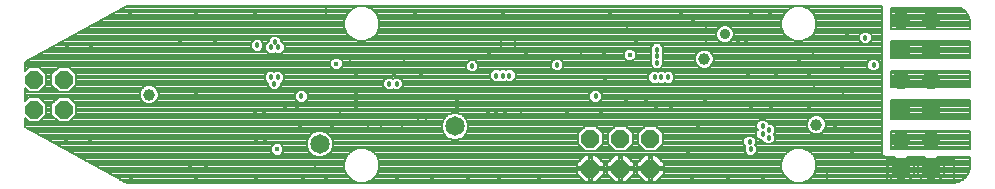
<source format=gbl>
G75*
%MOIN*%
%OFA0B0*%
%FSLAX25Y25*%
%IPPOS*%
%LPD*%
%AMOC8*
5,1,8,0,0,1.08239X$1,22.5*
%
%ADD10OC8,0.06000*%
%ADD11C,0.03543*%
%ADD12C,0.01784*%
%ADD13C,0.03937*%
%ADD14C,0.00787*%
%ADD15C,0.01800*%
%ADD16C,0.06496*%
D10*
X0006300Y0027890D03*
X0016300Y0027890D03*
X0016300Y0037890D03*
X0006300Y0037890D03*
X0191851Y0018205D03*
X0201851Y0018205D03*
X0211851Y0018205D03*
X0211851Y0008205D03*
X0201851Y0008205D03*
X0191851Y0008205D03*
X0295355Y0007890D03*
X0305355Y0007890D03*
X0305355Y0017890D03*
X0295355Y0017890D03*
X0295355Y0027890D03*
X0305355Y0027890D03*
X0305355Y0037890D03*
X0295355Y0037890D03*
X0295355Y0047890D03*
X0305355Y0047890D03*
X0305355Y0057890D03*
X0295355Y0057890D03*
D11*
X0236694Y0052969D03*
D12*
X0205001Y0046079D03*
X0192796Y0056512D03*
X0107166Y0043126D03*
X0087481Y0014583D03*
D13*
X0044765Y0032890D03*
X0229804Y0044701D03*
X0267206Y0022850D03*
D14*
X0109977Y0007681D02*
X0029473Y0007681D01*
X0030887Y0006895D02*
X0110302Y0006895D01*
X0110628Y0006109D02*
X0032302Y0006109D01*
X0033717Y0005323D02*
X0111329Y0005323D01*
X0110688Y0005965D02*
X0112328Y0004325D01*
X0114471Y0003437D01*
X0116791Y0003437D01*
X0118934Y0004325D01*
X0120574Y0005965D01*
X0121461Y0008108D01*
X0121461Y0010428D01*
X0120574Y0012571D01*
X0118934Y0014211D01*
X0116791Y0015098D01*
X0114471Y0015098D01*
X0112328Y0014211D01*
X0110688Y0012571D01*
X0109800Y0010428D01*
X0109800Y0008108D01*
X0110688Y0005965D01*
X0112115Y0004537D02*
X0035131Y0004537D01*
X0036546Y0003751D02*
X0113712Y0003751D01*
X0117550Y0003751D02*
X0259381Y0003751D01*
X0260140Y0003437D02*
X0262460Y0003437D01*
X0264603Y0004325D01*
X0266243Y0005965D01*
X0267131Y0008108D01*
X0267131Y0010428D01*
X0266243Y0012571D01*
X0264603Y0014211D01*
X0262460Y0015098D01*
X0260140Y0015098D01*
X0257997Y0014211D01*
X0256357Y0012571D01*
X0255469Y0010428D01*
X0255469Y0008108D01*
X0256357Y0005965D01*
X0257997Y0004325D01*
X0260140Y0003437D01*
X0257784Y0004537D02*
X0214397Y0004537D01*
X0213671Y0003811D02*
X0216245Y0006385D01*
X0216245Y0007811D01*
X0212245Y0007811D01*
X0212245Y0008598D01*
X0216245Y0008598D01*
X0216245Y0010025D01*
X0213671Y0012598D01*
X0212245Y0012598D01*
X0212245Y0008598D01*
X0211457Y0008598D01*
X0211457Y0007811D01*
X0207457Y0007811D01*
X0207457Y0006385D01*
X0210031Y0003811D01*
X0211457Y0003811D01*
X0211457Y0007811D01*
X0212245Y0007811D01*
X0212245Y0003811D01*
X0213671Y0003811D01*
X0212245Y0004537D02*
X0211457Y0004537D01*
X0211457Y0005323D02*
X0212245Y0005323D01*
X0212245Y0006109D02*
X0211457Y0006109D01*
X0211457Y0006895D02*
X0212245Y0006895D01*
X0212245Y0007681D02*
X0211457Y0007681D01*
X0211457Y0008467D02*
X0202245Y0008467D01*
X0202245Y0008598D02*
X0206245Y0008598D01*
X0206245Y0010025D01*
X0203671Y0012598D01*
X0202245Y0012598D01*
X0202245Y0008598D01*
X0202245Y0007811D01*
X0206245Y0007811D01*
X0206245Y0006385D01*
X0203671Y0003811D01*
X0202245Y0003811D01*
X0202245Y0007811D01*
X0201457Y0007811D01*
X0197457Y0007811D01*
X0197457Y0006385D01*
X0200031Y0003811D01*
X0201457Y0003811D01*
X0201457Y0007811D01*
X0201457Y0008598D01*
X0197457Y0008598D01*
X0197457Y0010025D01*
X0200031Y0012598D01*
X0201457Y0012598D01*
X0201457Y0008598D01*
X0202245Y0008598D01*
X0202245Y0009253D02*
X0201457Y0009253D01*
X0201457Y0010039D02*
X0202245Y0010039D01*
X0202245Y0010825D02*
X0201457Y0010825D01*
X0201457Y0011611D02*
X0202245Y0011611D01*
X0202245Y0012396D02*
X0201457Y0012396D01*
X0199829Y0012396D02*
X0193873Y0012396D01*
X0193671Y0012598D02*
X0192245Y0012598D01*
X0192245Y0008598D01*
X0196245Y0008598D01*
X0196245Y0010025D01*
X0193671Y0012598D01*
X0194659Y0011611D02*
X0199043Y0011611D01*
X0198257Y0010825D02*
X0195445Y0010825D01*
X0196231Y0010039D02*
X0197472Y0010039D01*
X0197457Y0009253D02*
X0196245Y0009253D01*
X0196245Y0007811D02*
X0192245Y0007811D01*
X0192245Y0008598D01*
X0191457Y0008598D01*
X0191457Y0007811D01*
X0187457Y0007811D01*
X0187457Y0006385D01*
X0190031Y0003811D01*
X0191457Y0003811D01*
X0191457Y0007811D01*
X0192245Y0007811D01*
X0192245Y0003811D01*
X0193671Y0003811D01*
X0196245Y0006385D01*
X0196245Y0007811D01*
X0196245Y0007681D02*
X0197457Y0007681D01*
X0197457Y0006895D02*
X0196245Y0006895D01*
X0195969Y0006109D02*
X0197733Y0006109D01*
X0198519Y0005323D02*
X0195183Y0005323D01*
X0194397Y0004537D02*
X0199305Y0004537D01*
X0201457Y0004537D02*
X0202245Y0004537D01*
X0202245Y0005323D02*
X0201457Y0005323D01*
X0201457Y0006109D02*
X0202245Y0006109D01*
X0202245Y0006895D02*
X0201457Y0006895D01*
X0201457Y0007681D02*
X0202245Y0007681D01*
X0201457Y0008467D02*
X0192245Y0008467D01*
X0192245Y0009253D02*
X0191457Y0009253D01*
X0191457Y0008598D02*
X0191457Y0012598D01*
X0190031Y0012598D01*
X0187457Y0010025D01*
X0187457Y0008598D01*
X0191457Y0008598D01*
X0191457Y0008467D02*
X0121461Y0008467D01*
X0121461Y0009253D02*
X0187457Y0009253D01*
X0187472Y0010039D02*
X0121461Y0010039D01*
X0121297Y0010825D02*
X0188257Y0010825D01*
X0189043Y0011611D02*
X0120971Y0011611D01*
X0120646Y0012396D02*
X0189829Y0012396D01*
X0191457Y0012396D02*
X0192245Y0012396D01*
X0192245Y0011611D02*
X0191457Y0011611D01*
X0191457Y0010825D02*
X0192245Y0010825D01*
X0192245Y0010039D02*
X0191457Y0010039D01*
X0191457Y0007681D02*
X0192245Y0007681D01*
X0192245Y0006895D02*
X0191457Y0006895D01*
X0191457Y0006109D02*
X0192245Y0006109D01*
X0192245Y0005323D02*
X0191457Y0005323D01*
X0191457Y0004537D02*
X0192245Y0004537D01*
X0189305Y0004537D02*
X0119146Y0004537D01*
X0119932Y0005323D02*
X0188519Y0005323D01*
X0187733Y0006109D02*
X0120634Y0006109D01*
X0120959Y0006895D02*
X0187457Y0006895D01*
X0187457Y0007681D02*
X0121285Y0007681D01*
X0109800Y0008467D02*
X0028058Y0008467D01*
X0026643Y0009253D02*
X0109800Y0009253D01*
X0109800Y0010039D02*
X0025229Y0010039D01*
X0023814Y0010825D02*
X0109965Y0010825D01*
X0110290Y0011611D02*
X0022400Y0011611D01*
X0020985Y0012396D02*
X0099636Y0012396D01*
X0099145Y0012599D02*
X0100773Y0011925D01*
X0102535Y0011925D01*
X0104163Y0012599D01*
X0105409Y0013845D01*
X0106083Y0015473D01*
X0106083Y0017235D01*
X0105409Y0018863D01*
X0104163Y0020109D01*
X0102535Y0020783D01*
X0100773Y0020783D01*
X0099145Y0020109D01*
X0097899Y0018863D01*
X0097225Y0017235D01*
X0097225Y0015473D01*
X0097899Y0013845D01*
X0099145Y0012599D01*
X0098563Y0013182D02*
X0089013Y0013182D01*
X0089554Y0013724D02*
X0088340Y0012509D01*
X0086622Y0012509D01*
X0085408Y0013724D01*
X0085408Y0015441D01*
X0086622Y0016656D01*
X0088340Y0016656D01*
X0089554Y0015441D01*
X0089554Y0013724D01*
X0089554Y0013968D02*
X0097849Y0013968D01*
X0097523Y0014754D02*
X0089554Y0014754D01*
X0089456Y0015540D02*
X0097225Y0015540D01*
X0097225Y0016326D02*
X0088670Y0016326D01*
X0086292Y0016326D02*
X0013912Y0016326D01*
X0015326Y0015540D02*
X0085507Y0015540D01*
X0085408Y0014754D02*
X0016741Y0014754D01*
X0018156Y0013968D02*
X0085408Y0013968D01*
X0085949Y0013182D02*
X0019570Y0013182D01*
X0012497Y0017112D02*
X0097225Y0017112D01*
X0097500Y0017898D02*
X0011082Y0017898D01*
X0009668Y0018684D02*
X0097825Y0018684D01*
X0098506Y0019470D02*
X0008253Y0019470D01*
X0006838Y0020256D02*
X0099499Y0020256D01*
X0103810Y0020256D02*
X0142769Y0020256D01*
X0142978Y0019751D02*
X0144224Y0018505D01*
X0145852Y0017831D01*
X0147614Y0017831D01*
X0149242Y0018505D01*
X0150488Y0019751D01*
X0151162Y0021379D01*
X0151162Y0023141D01*
X0150488Y0024769D01*
X0149242Y0026015D01*
X0147614Y0026689D01*
X0145852Y0026689D01*
X0144224Y0026015D01*
X0142978Y0024769D01*
X0142304Y0023141D01*
X0142304Y0021379D01*
X0142978Y0019751D01*
X0143259Y0019470D02*
X0104803Y0019470D01*
X0105483Y0018684D02*
X0144045Y0018684D01*
X0145690Y0017898D02*
X0105809Y0017898D01*
X0106083Y0017112D02*
X0187670Y0017112D01*
X0187670Y0016473D02*
X0190119Y0014024D01*
X0193583Y0014024D01*
X0196032Y0016473D01*
X0196032Y0019937D01*
X0193583Y0022386D01*
X0190119Y0022386D01*
X0187670Y0019937D01*
X0187670Y0016473D01*
X0187817Y0016326D02*
X0106083Y0016326D01*
X0106083Y0015540D02*
X0188603Y0015540D01*
X0189389Y0014754D02*
X0117621Y0014754D01*
X0119176Y0013968D02*
X0243274Y0013968D01*
X0243274Y0013721D02*
X0244493Y0012502D01*
X0246217Y0012502D01*
X0247436Y0013721D01*
X0247436Y0015445D01*
X0246822Y0016059D01*
X0247043Y0016280D01*
X0247043Y0018004D01*
X0245823Y0019223D01*
X0244099Y0019223D01*
X0242880Y0018004D01*
X0242880Y0016280D01*
X0243495Y0015665D01*
X0243274Y0015445D01*
X0243274Y0013721D01*
X0243812Y0013182D02*
X0119962Y0013182D01*
X0113640Y0014754D02*
X0105786Y0014754D01*
X0105460Y0013968D02*
X0112085Y0013968D01*
X0111300Y0013182D02*
X0104746Y0013182D01*
X0103673Y0012396D02*
X0110616Y0012396D01*
X0142444Y0021042D02*
X0005424Y0021042D01*
X0004009Y0021827D02*
X0142304Y0021827D01*
X0142304Y0022613D02*
X0003351Y0022613D01*
X0003351Y0022193D02*
X0003351Y0024926D01*
X0004568Y0023709D01*
X0008032Y0023709D01*
X0010481Y0026158D01*
X0010481Y0029622D01*
X0008032Y0032071D01*
X0004568Y0032071D01*
X0003351Y0030854D01*
X0003351Y0034926D01*
X0004568Y0033709D01*
X0008032Y0033709D01*
X0010481Y0036158D01*
X0010481Y0039622D01*
X0008032Y0042071D01*
X0004568Y0042071D01*
X0003351Y0040854D01*
X0003351Y0043587D01*
X0037381Y0062492D01*
X0289154Y0062492D01*
X0289154Y0012872D01*
X0289904Y0012122D01*
X0293374Y0012122D01*
X0290961Y0009710D01*
X0290961Y0008283D01*
X0294961Y0008283D01*
X0294961Y0007496D01*
X0290961Y0007496D01*
X0290961Y0006070D01*
X0293535Y0003496D01*
X0294961Y0003496D01*
X0294961Y0007496D01*
X0295749Y0007496D01*
X0295749Y0008283D01*
X0299749Y0008283D01*
X0299749Y0009710D01*
X0297336Y0012122D01*
X0303374Y0012122D01*
X0300961Y0009710D01*
X0300961Y0008283D01*
X0304961Y0008283D01*
X0304961Y0007496D01*
X0300961Y0007496D01*
X0300961Y0006070D01*
X0303535Y0003496D01*
X0304961Y0003496D01*
X0304961Y0007496D01*
X0305749Y0007496D01*
X0305749Y0008283D01*
X0309749Y0008283D01*
X0309749Y0009710D01*
X0307336Y0012122D01*
X0318461Y0012122D01*
X0318461Y0009268D01*
X0318388Y0008332D01*
X0317810Y0006553D01*
X0316710Y0005039D01*
X0315196Y0003939D01*
X0313417Y0003361D01*
X0312481Y0003287D01*
X0290631Y0003287D01*
X0290631Y0011236D01*
X0313072Y0011236D01*
X0313072Y0003334D01*
X0312481Y0003287D01*
X0037381Y0003287D01*
X0003351Y0022193D01*
X0003351Y0023399D02*
X0142411Y0023399D01*
X0142737Y0024185D02*
X0018508Y0024185D01*
X0018032Y0023709D02*
X0020481Y0026158D01*
X0020481Y0029622D01*
X0018032Y0032071D01*
X0014568Y0032071D01*
X0012119Y0029622D01*
X0012119Y0026158D01*
X0014568Y0023709D01*
X0018032Y0023709D01*
X0019294Y0024971D02*
X0143181Y0024971D01*
X0143966Y0025757D02*
X0020080Y0025757D01*
X0020481Y0026543D02*
X0145499Y0026543D01*
X0147967Y0026543D02*
X0289154Y0026543D01*
X0289154Y0027329D02*
X0020481Y0027329D01*
X0020481Y0028115D02*
X0289154Y0028115D01*
X0289154Y0028901D02*
X0020481Y0028901D01*
X0020416Y0029687D02*
X0289154Y0029687D01*
X0289154Y0030472D02*
X0194700Y0030472D01*
X0194445Y0030218D02*
X0195665Y0031437D01*
X0195665Y0033161D01*
X0194445Y0034380D01*
X0192721Y0034380D01*
X0191502Y0033161D01*
X0191502Y0031437D01*
X0192721Y0030218D01*
X0194445Y0030218D01*
X0195486Y0031258D02*
X0289154Y0031258D01*
X0289154Y0032044D02*
X0195665Y0032044D01*
X0195665Y0032830D02*
X0289154Y0032830D01*
X0289154Y0033616D02*
X0195210Y0033616D01*
X0191957Y0033616D02*
X0097178Y0033616D01*
X0097633Y0033161D02*
X0096414Y0034380D01*
X0094690Y0034380D01*
X0093471Y0033161D01*
X0093471Y0031437D01*
X0094690Y0030218D01*
X0096414Y0030218D01*
X0097633Y0031437D01*
X0097633Y0033161D01*
X0097633Y0032830D02*
X0191502Y0032830D01*
X0191502Y0032044D02*
X0097633Y0032044D01*
X0097454Y0031258D02*
X0191681Y0031258D01*
X0192467Y0030472D02*
X0096668Y0030472D01*
X0094436Y0030472D02*
X0046801Y0030472D01*
X0046549Y0030220D02*
X0047435Y0031106D01*
X0047914Y0032263D01*
X0047914Y0033516D01*
X0047435Y0034674D01*
X0046549Y0035560D01*
X0045391Y0036039D01*
X0044138Y0036039D01*
X0042980Y0035560D01*
X0042094Y0034674D01*
X0041615Y0033516D01*
X0041615Y0032263D01*
X0042094Y0031106D01*
X0042980Y0030220D01*
X0044138Y0029740D01*
X0045391Y0029740D01*
X0046549Y0030220D01*
X0047498Y0031258D02*
X0093650Y0031258D01*
X0093471Y0032044D02*
X0047823Y0032044D01*
X0047914Y0032830D02*
X0093471Y0032830D01*
X0093926Y0033616D02*
X0047873Y0033616D01*
X0047547Y0034402D02*
X0085585Y0034402D01*
X0085635Y0034352D02*
X0087359Y0034352D01*
X0088578Y0035571D01*
X0088578Y0036555D01*
X0089759Y0037736D01*
X0089759Y0039460D01*
X0088540Y0040680D01*
X0086816Y0040680D01*
X0086497Y0040360D01*
X0086178Y0040680D01*
X0084454Y0040680D01*
X0083235Y0039460D01*
X0083235Y0037736D01*
X0084416Y0036555D01*
X0084416Y0035571D01*
X0085635Y0034352D01*
X0084799Y0035188D02*
X0046921Y0035188D01*
X0045549Y0035974D02*
X0084416Y0035974D01*
X0084211Y0036760D02*
X0020481Y0036760D01*
X0020481Y0036158D02*
X0018032Y0033709D01*
X0014568Y0033709D01*
X0012119Y0036158D01*
X0012119Y0039622D01*
X0014568Y0042071D01*
X0018032Y0042071D01*
X0020481Y0039622D01*
X0020481Y0036158D01*
X0020297Y0035974D02*
X0043980Y0035974D01*
X0042609Y0035188D02*
X0019511Y0035188D01*
X0018725Y0034402D02*
X0041982Y0034402D01*
X0041656Y0033616D02*
X0003351Y0033616D01*
X0003351Y0032830D02*
X0041615Y0032830D01*
X0041706Y0032044D02*
X0018058Y0032044D01*
X0018844Y0031258D02*
X0042031Y0031258D01*
X0042728Y0030472D02*
X0019630Y0030472D01*
X0014542Y0032044D02*
X0008058Y0032044D01*
X0008844Y0031258D02*
X0013756Y0031258D01*
X0012970Y0030472D02*
X0009630Y0030472D01*
X0010416Y0029687D02*
X0012184Y0029687D01*
X0012119Y0028901D02*
X0010481Y0028901D01*
X0010481Y0028115D02*
X0012119Y0028115D01*
X0012119Y0027329D02*
X0010481Y0027329D01*
X0010481Y0026543D02*
X0012119Y0026543D01*
X0012520Y0025757D02*
X0010080Y0025757D01*
X0009294Y0024971D02*
X0013306Y0024971D01*
X0014092Y0024185D02*
X0008508Y0024185D01*
X0004092Y0024185D02*
X0003351Y0024185D01*
X0003351Y0031258D02*
X0003756Y0031258D01*
X0003351Y0032044D02*
X0004542Y0032044D01*
X0003875Y0034402D02*
X0003351Y0034402D01*
X0008725Y0034402D02*
X0013875Y0034402D01*
X0013089Y0035188D02*
X0009511Y0035188D01*
X0010297Y0035974D02*
X0012303Y0035974D01*
X0012119Y0036760D02*
X0010481Y0036760D01*
X0010481Y0037546D02*
X0012119Y0037546D01*
X0012119Y0038332D02*
X0010481Y0038332D01*
X0010481Y0039118D02*
X0012119Y0039118D01*
X0012401Y0039903D02*
X0010199Y0039903D01*
X0009413Y0040689D02*
X0013187Y0040689D01*
X0013973Y0041475D02*
X0008627Y0041475D01*
X0003973Y0041475D02*
X0003351Y0041475D01*
X0003351Y0042261D02*
X0105099Y0042261D01*
X0105093Y0042267D02*
X0106307Y0041053D01*
X0108025Y0041053D01*
X0109239Y0042267D01*
X0109239Y0043985D01*
X0108025Y0045199D01*
X0106307Y0045199D01*
X0105093Y0043985D01*
X0105093Y0042267D01*
X0105093Y0043047D02*
X0003351Y0043047D01*
X0003795Y0043833D02*
X0105093Y0043833D01*
X0105727Y0044619D02*
X0005209Y0044619D01*
X0006624Y0045405D02*
X0202928Y0045405D01*
X0202928Y0045220D02*
X0204142Y0044006D01*
X0205860Y0044006D01*
X0207074Y0045220D01*
X0207074Y0046937D01*
X0205860Y0048152D01*
X0204142Y0048152D01*
X0202928Y0046937D01*
X0202928Y0045220D01*
X0203529Y0044619D02*
X0181845Y0044619D01*
X0181650Y0044813D02*
X0179926Y0044813D01*
X0178707Y0043594D01*
X0178707Y0041870D01*
X0179926Y0040651D01*
X0181650Y0040651D01*
X0182869Y0041870D01*
X0182869Y0043594D01*
X0181650Y0044813D01*
X0182631Y0043833D02*
X0211975Y0043833D01*
X0211975Y0044382D02*
X0211975Y0042658D01*
X0213194Y0041439D01*
X0214918Y0041439D01*
X0216137Y0042658D01*
X0216137Y0044382D01*
X0215916Y0044602D01*
X0216137Y0044823D01*
X0216137Y0046547D01*
X0215916Y0046768D01*
X0216137Y0046988D01*
X0216137Y0048712D01*
X0214918Y0049931D01*
X0213194Y0049931D01*
X0211975Y0048712D01*
X0211975Y0046988D01*
X0212195Y0046768D01*
X0211975Y0046547D01*
X0211975Y0044823D01*
X0212195Y0044602D01*
X0211975Y0044382D01*
X0212179Y0044619D02*
X0206473Y0044619D01*
X0207074Y0045405D02*
X0211975Y0045405D01*
X0211975Y0046191D02*
X0207074Y0046191D01*
X0207035Y0046977D02*
X0211987Y0046977D01*
X0211975Y0047763D02*
X0206249Y0047763D01*
X0203753Y0047763D02*
X0089943Y0047763D01*
X0089956Y0047776D02*
X0089956Y0049500D01*
X0088775Y0050681D01*
X0088775Y0051271D01*
X0087556Y0052491D01*
X0085832Y0052491D01*
X0084613Y0051271D01*
X0084613Y0050681D01*
X0083431Y0049500D01*
X0083431Y0047776D01*
X0084651Y0046557D01*
X0086375Y0046557D01*
X0086694Y0046876D01*
X0087013Y0046557D01*
X0088737Y0046557D01*
X0089956Y0047776D01*
X0089956Y0048548D02*
X0211975Y0048548D01*
X0212597Y0049334D02*
X0089956Y0049334D01*
X0089335Y0050120D02*
X0235854Y0050120D01*
X0236106Y0050016D02*
X0237281Y0050016D01*
X0238366Y0050465D01*
X0239197Y0051296D01*
X0239646Y0052381D01*
X0239646Y0053556D01*
X0239197Y0054641D01*
X0238366Y0055472D01*
X0237281Y0055921D01*
X0236106Y0055921D01*
X0235021Y0055472D01*
X0234190Y0054641D01*
X0233741Y0053556D01*
X0233741Y0052381D01*
X0234190Y0051296D01*
X0235021Y0050465D01*
X0236106Y0050016D01*
X0237533Y0050120D02*
X0282268Y0050120D01*
X0282682Y0049706D02*
X0284406Y0049706D01*
X0285625Y0050925D01*
X0285625Y0052649D01*
X0284406Y0053868D01*
X0282682Y0053868D01*
X0281463Y0052649D01*
X0281463Y0050925D01*
X0282682Y0049706D01*
X0281482Y0050906D02*
X0263003Y0050906D01*
X0262460Y0050681D02*
X0264603Y0051569D01*
X0266243Y0053209D01*
X0267131Y0055352D01*
X0267131Y0057672D01*
X0266243Y0059815D01*
X0264603Y0061455D01*
X0262460Y0062343D01*
X0260140Y0062343D01*
X0257997Y0061455D01*
X0256357Y0059815D01*
X0255469Y0057672D01*
X0255469Y0055352D01*
X0256357Y0053209D01*
X0257997Y0051569D01*
X0260140Y0050681D01*
X0262460Y0050681D01*
X0264726Y0051692D02*
X0281463Y0051692D01*
X0281463Y0052478D02*
X0265512Y0052478D01*
X0266266Y0053264D02*
X0282078Y0053264D01*
X0285011Y0053264D02*
X0289154Y0053264D01*
X0289154Y0054050D02*
X0266591Y0054050D01*
X0266917Y0054836D02*
X0289154Y0054836D01*
X0289154Y0055622D02*
X0267131Y0055622D01*
X0267131Y0056408D02*
X0289154Y0056408D01*
X0289154Y0057194D02*
X0267131Y0057194D01*
X0267003Y0057979D02*
X0289154Y0057979D01*
X0289154Y0058765D02*
X0266678Y0058765D01*
X0266352Y0059551D02*
X0289154Y0059551D01*
X0289154Y0060337D02*
X0265720Y0060337D01*
X0264935Y0061123D02*
X0289154Y0061123D01*
X0289154Y0061909D02*
X0263506Y0061909D01*
X0259094Y0061909D02*
X0117837Y0061909D01*
X0116791Y0062343D02*
X0118934Y0061455D01*
X0120574Y0059815D01*
X0121461Y0057672D01*
X0121461Y0055352D01*
X0120574Y0053209D01*
X0118934Y0051569D01*
X0116791Y0050681D01*
X0114471Y0050681D01*
X0112328Y0051569D01*
X0110688Y0053209D01*
X0109800Y0055352D01*
X0109800Y0057672D01*
X0110688Y0059815D01*
X0112328Y0061455D01*
X0114471Y0062343D01*
X0116791Y0062343D01*
X0113424Y0061909D02*
X0036332Y0061909D01*
X0034917Y0061123D02*
X0111996Y0061123D01*
X0111210Y0060337D02*
X0033502Y0060337D01*
X0032088Y0059551D02*
X0110579Y0059551D01*
X0110253Y0058765D02*
X0030673Y0058765D01*
X0029258Y0057979D02*
X0109928Y0057979D01*
X0109800Y0057194D02*
X0027844Y0057194D01*
X0026429Y0056408D02*
X0109800Y0056408D01*
X0109800Y0055622D02*
X0025014Y0055622D01*
X0023600Y0054836D02*
X0110014Y0054836D01*
X0110339Y0054050D02*
X0022185Y0054050D01*
X0020771Y0053264D02*
X0110665Y0053264D01*
X0111419Y0052478D02*
X0087568Y0052478D01*
X0088354Y0051692D02*
X0112205Y0051692D01*
X0113927Y0050906D02*
X0088775Y0050906D01*
X0085033Y0051692D02*
X0017941Y0051692D01*
X0016527Y0050906D02*
X0079523Y0050906D01*
X0079926Y0051309D02*
X0078707Y0050090D01*
X0078707Y0048366D01*
X0079926Y0047147D01*
X0081650Y0047147D01*
X0082869Y0048366D01*
X0082869Y0050090D01*
X0081650Y0051309D01*
X0079926Y0051309D01*
X0082053Y0050906D02*
X0084613Y0050906D01*
X0084052Y0050120D02*
X0082839Y0050120D01*
X0082869Y0049334D02*
X0083431Y0049334D01*
X0083431Y0048548D02*
X0082869Y0048548D01*
X0083445Y0047763D02*
X0082266Y0047763D01*
X0084231Y0046977D02*
X0009453Y0046977D01*
X0008039Y0046191D02*
X0202928Y0046191D01*
X0202967Y0046977D02*
X0089157Y0046977D01*
X0079311Y0047763D02*
X0010868Y0047763D01*
X0012283Y0048548D02*
X0078707Y0048548D01*
X0078707Y0049334D02*
X0013697Y0049334D01*
X0015112Y0050120D02*
X0078737Y0050120D01*
X0085819Y0052478D02*
X0019356Y0052478D01*
X0018627Y0041475D02*
X0105885Y0041475D01*
X0108447Y0041475D02*
X0150362Y0041475D01*
X0150361Y0041477D02*
X0151580Y0040257D01*
X0153304Y0040257D01*
X0154523Y0041477D01*
X0154523Y0043201D01*
X0153304Y0044420D01*
X0151580Y0044420D01*
X0150361Y0043201D01*
X0150361Y0041477D01*
X0150361Y0042261D02*
X0109233Y0042261D01*
X0109239Y0043047D02*
X0150361Y0043047D01*
X0150993Y0043833D02*
X0109239Y0043833D01*
X0108605Y0044619D02*
X0179732Y0044619D01*
X0178946Y0043833D02*
X0153890Y0043833D01*
X0154523Y0043047D02*
X0178707Y0043047D01*
X0178707Y0042261D02*
X0154523Y0042261D01*
X0154522Y0041475D02*
X0179102Y0041475D01*
X0179888Y0040689D02*
X0166286Y0040689D01*
X0165705Y0041270D02*
X0166924Y0040051D01*
X0166924Y0038327D01*
X0165705Y0037108D01*
X0163981Y0037108D01*
X0163761Y0037329D01*
X0163540Y0037108D01*
X0161816Y0037108D01*
X0161595Y0037329D01*
X0161375Y0037108D01*
X0159651Y0037108D01*
X0158431Y0038327D01*
X0158431Y0040051D01*
X0159651Y0041270D01*
X0161375Y0041270D01*
X0161595Y0041049D01*
X0161816Y0041270D01*
X0163540Y0041270D01*
X0163761Y0041049D01*
X0163981Y0041270D01*
X0165705Y0041270D01*
X0166924Y0039903D02*
X0211630Y0039903D01*
X0211187Y0039460D02*
X0211187Y0037736D01*
X0212406Y0036517D01*
X0214131Y0036517D01*
X0214351Y0036738D01*
X0214572Y0036517D01*
X0216296Y0036517D01*
X0216615Y0036836D01*
X0216934Y0036517D01*
X0218658Y0036517D01*
X0219877Y0037736D01*
X0219877Y0039460D01*
X0218658Y0040680D01*
X0216934Y0040680D01*
X0216615Y0040360D01*
X0216296Y0040680D01*
X0214572Y0040680D01*
X0214351Y0040459D01*
X0214131Y0040680D01*
X0212406Y0040680D01*
X0211187Y0039460D01*
X0211187Y0039118D02*
X0166924Y0039118D01*
X0166924Y0038332D02*
X0211187Y0038332D01*
X0211378Y0037546D02*
X0166143Y0037546D01*
X0159213Y0037546D02*
X0129075Y0037546D01*
X0129326Y0037295D02*
X0128107Y0038514D01*
X0126383Y0038514D01*
X0126064Y0038195D01*
X0125745Y0038514D01*
X0124021Y0038514D01*
X0122802Y0037295D01*
X0122802Y0035571D01*
X0124021Y0034352D01*
X0125745Y0034352D01*
X0126064Y0034671D01*
X0126383Y0034352D01*
X0128107Y0034352D01*
X0129326Y0035571D01*
X0129326Y0037295D01*
X0129326Y0036760D02*
X0212164Y0036760D01*
X0216538Y0036760D02*
X0216692Y0036760D01*
X0218901Y0036760D02*
X0289154Y0036760D01*
X0289154Y0037546D02*
X0219686Y0037546D01*
X0219877Y0038332D02*
X0289154Y0038332D01*
X0289154Y0039118D02*
X0219877Y0039118D01*
X0219434Y0039903D02*
X0289154Y0039903D01*
X0289154Y0040689D02*
X0287200Y0040689D01*
X0287162Y0040651D02*
X0288381Y0041870D01*
X0288381Y0043594D01*
X0287162Y0044813D01*
X0285438Y0044813D01*
X0284219Y0043594D01*
X0284219Y0041870D01*
X0285438Y0040651D01*
X0287162Y0040651D01*
X0287986Y0041475D02*
X0289154Y0041475D01*
X0289154Y0042261D02*
X0288381Y0042261D01*
X0288381Y0043047D02*
X0289154Y0043047D01*
X0289154Y0043833D02*
X0288142Y0043833D01*
X0287356Y0044619D02*
X0289154Y0044619D01*
X0289154Y0045405D02*
X0232921Y0045405D01*
X0232954Y0045327D02*
X0232474Y0046485D01*
X0231588Y0047371D01*
X0230430Y0047850D01*
X0229177Y0047850D01*
X0228020Y0047371D01*
X0227134Y0046485D01*
X0226654Y0045327D01*
X0226654Y0044074D01*
X0227134Y0042917D01*
X0228020Y0042031D01*
X0229177Y0041551D01*
X0230430Y0041551D01*
X0231588Y0042031D01*
X0232474Y0042917D01*
X0232954Y0044074D01*
X0232954Y0045327D01*
X0232954Y0044619D02*
X0285244Y0044619D01*
X0284458Y0043833D02*
X0232854Y0043833D01*
X0232528Y0043047D02*
X0284219Y0043047D01*
X0284219Y0042261D02*
X0231819Y0042261D01*
X0227789Y0042261D02*
X0215741Y0042261D01*
X0216137Y0043047D02*
X0227080Y0043047D01*
X0226754Y0043833D02*
X0216137Y0043833D01*
X0215933Y0044619D02*
X0226654Y0044619D01*
X0226686Y0045405D02*
X0216137Y0045405D01*
X0216137Y0046191D02*
X0227012Y0046191D01*
X0227626Y0046977D02*
X0216125Y0046977D01*
X0216137Y0047763D02*
X0228965Y0047763D01*
X0230642Y0047763D02*
X0289154Y0047763D01*
X0289154Y0048548D02*
X0216137Y0048548D01*
X0215515Y0049334D02*
X0289154Y0049334D01*
X0289154Y0050120D02*
X0284820Y0050120D01*
X0285606Y0050906D02*
X0289154Y0050906D01*
X0289154Y0051692D02*
X0285625Y0051692D01*
X0285625Y0052478D02*
X0289154Y0052478D01*
X0291910Y0050803D02*
X0318461Y0050803D01*
X0318461Y0044898D01*
X0291910Y0044898D01*
X0291910Y0050803D01*
X0291910Y0050120D02*
X0318461Y0050120D01*
X0318461Y0049334D02*
X0291910Y0049334D01*
X0291910Y0048548D02*
X0318461Y0048548D01*
X0318461Y0047763D02*
X0291910Y0047763D01*
X0291910Y0046977D02*
X0318461Y0046977D01*
X0318461Y0046191D02*
X0291910Y0046191D01*
X0291910Y0045405D02*
X0318461Y0045405D01*
X0318461Y0040764D02*
X0291910Y0040764D01*
X0291910Y0035252D01*
X0318461Y0035252D01*
X0318461Y0040764D01*
X0318461Y0040689D02*
X0291910Y0040689D01*
X0291910Y0039903D02*
X0318461Y0039903D01*
X0318461Y0039118D02*
X0291910Y0039118D01*
X0291910Y0038332D02*
X0318461Y0038332D01*
X0318461Y0037546D02*
X0291910Y0037546D01*
X0291910Y0036760D02*
X0318461Y0036760D01*
X0318461Y0035974D02*
X0291910Y0035974D01*
X0289154Y0035974D02*
X0129326Y0035974D01*
X0128943Y0035188D02*
X0289154Y0035188D01*
X0289154Y0034402D02*
X0128157Y0034402D01*
X0126333Y0034402D02*
X0125795Y0034402D01*
X0123971Y0034402D02*
X0087409Y0034402D01*
X0088195Y0035188D02*
X0123185Y0035188D01*
X0122802Y0035974D02*
X0088578Y0035974D01*
X0088782Y0036760D02*
X0122802Y0036760D01*
X0123052Y0037546D02*
X0089568Y0037546D01*
X0089759Y0038332D02*
X0123838Y0038332D01*
X0125927Y0038332D02*
X0126200Y0038332D01*
X0128289Y0038332D02*
X0158431Y0038332D01*
X0158431Y0039118D02*
X0089759Y0039118D01*
X0089316Y0039903D02*
X0158431Y0039903D01*
X0159070Y0040689D02*
X0153736Y0040689D01*
X0151148Y0040689D02*
X0019413Y0040689D01*
X0020199Y0039903D02*
X0083678Y0039903D01*
X0083235Y0039118D02*
X0020481Y0039118D01*
X0020481Y0038332D02*
X0083235Y0038332D01*
X0083425Y0037546D02*
X0020481Y0037546D01*
X0117334Y0050906D02*
X0234580Y0050906D01*
X0234026Y0051692D02*
X0119057Y0051692D01*
X0119843Y0052478D02*
X0233741Y0052478D01*
X0233741Y0053264D02*
X0120597Y0053264D01*
X0120922Y0054050D02*
X0233946Y0054050D01*
X0234385Y0054836D02*
X0121248Y0054836D01*
X0121461Y0055622D02*
X0235383Y0055622D01*
X0238004Y0055622D02*
X0255469Y0055622D01*
X0255469Y0056408D02*
X0121461Y0056408D01*
X0121461Y0057194D02*
X0255469Y0057194D01*
X0255597Y0057979D02*
X0121334Y0057979D01*
X0121008Y0058765D02*
X0255922Y0058765D01*
X0256248Y0059551D02*
X0120683Y0059551D01*
X0120051Y0060337D02*
X0256879Y0060337D01*
X0257665Y0061123D02*
X0119265Y0061123D01*
X0182869Y0043047D02*
X0211975Y0043047D01*
X0212371Y0042261D02*
X0182869Y0042261D01*
X0182474Y0041475D02*
X0213157Y0041475D01*
X0214955Y0041475D02*
X0284614Y0041475D01*
X0285400Y0040689D02*
X0181688Y0040689D01*
X0231982Y0046977D02*
X0289154Y0046977D01*
X0289154Y0046191D02*
X0232596Y0046191D01*
X0238807Y0050906D02*
X0259597Y0050906D01*
X0257874Y0051692D02*
X0239361Y0051692D01*
X0239646Y0052478D02*
X0257088Y0052478D01*
X0256334Y0053264D02*
X0239646Y0053264D01*
X0239442Y0054050D02*
X0256009Y0054050D01*
X0255683Y0054836D02*
X0239002Y0054836D01*
X0291910Y0054836D02*
X0318461Y0054836D01*
X0318461Y0054740D02*
X0291910Y0054740D01*
X0291910Y0061630D01*
X0315486Y0061630D01*
X0316710Y0060741D01*
X0317810Y0059227D01*
X0318388Y0057447D01*
X0318461Y0056512D01*
X0318461Y0054740D01*
X0318461Y0055622D02*
X0291910Y0055622D01*
X0291910Y0056408D02*
X0318461Y0056408D01*
X0318408Y0057194D02*
X0291910Y0057194D01*
X0291910Y0057979D02*
X0318215Y0057979D01*
X0317960Y0058765D02*
X0291910Y0058765D01*
X0291910Y0059551D02*
X0317574Y0059551D01*
X0317003Y0060337D02*
X0291910Y0060337D01*
X0291910Y0061123D02*
X0316183Y0061123D01*
X0318461Y0030921D02*
X0291910Y0030921D01*
X0291910Y0024819D01*
X0318461Y0024819D01*
X0318461Y0030921D01*
X0318461Y0030472D02*
X0291910Y0030472D01*
X0291910Y0029687D02*
X0318461Y0029687D01*
X0318461Y0028901D02*
X0291910Y0028901D01*
X0291910Y0028115D02*
X0318461Y0028115D01*
X0318461Y0027329D02*
X0291910Y0027329D01*
X0291910Y0026543D02*
X0318461Y0026543D01*
X0318461Y0025757D02*
X0291910Y0025757D01*
X0291910Y0024971D02*
X0318461Y0024971D01*
X0318461Y0020882D02*
X0291910Y0020882D01*
X0291910Y0014878D01*
X0318461Y0014878D01*
X0318461Y0020882D01*
X0318461Y0020256D02*
X0291910Y0020256D01*
X0291910Y0019470D02*
X0318461Y0019470D01*
X0318461Y0018684D02*
X0291910Y0018684D01*
X0291910Y0017898D02*
X0318461Y0017898D01*
X0318461Y0017112D02*
X0291910Y0017112D01*
X0291910Y0016326D02*
X0318461Y0016326D01*
X0318461Y0015540D02*
X0291910Y0015540D01*
X0289154Y0015540D02*
X0247341Y0015540D01*
X0247436Y0014754D02*
X0259309Y0014754D01*
X0257755Y0013968D02*
X0247436Y0013968D01*
X0246898Y0013182D02*
X0256969Y0013182D01*
X0256285Y0012396D02*
X0213873Y0012396D01*
X0214659Y0011611D02*
X0255959Y0011611D01*
X0255634Y0010825D02*
X0215445Y0010825D01*
X0216231Y0010039D02*
X0255469Y0010039D01*
X0255469Y0009253D02*
X0216245Y0009253D01*
X0216245Y0007681D02*
X0255646Y0007681D01*
X0255469Y0008467D02*
X0212245Y0008467D01*
X0212245Y0009253D02*
X0211457Y0009253D01*
X0211457Y0008598D02*
X0211457Y0012598D01*
X0210031Y0012598D01*
X0207457Y0010025D01*
X0207457Y0008598D01*
X0211457Y0008598D01*
X0211457Y0010039D02*
X0212245Y0010039D01*
X0212245Y0010825D02*
X0211457Y0010825D01*
X0211457Y0011611D02*
X0212245Y0011611D01*
X0212245Y0012396D02*
X0211457Y0012396D01*
X0209829Y0012396D02*
X0203873Y0012396D01*
X0204659Y0011611D02*
X0209043Y0011611D01*
X0208257Y0010825D02*
X0205445Y0010825D01*
X0206231Y0010039D02*
X0207472Y0010039D01*
X0207457Y0009253D02*
X0206245Y0009253D01*
X0206245Y0007681D02*
X0207457Y0007681D01*
X0207457Y0006895D02*
X0206245Y0006895D01*
X0205969Y0006109D02*
X0207733Y0006109D01*
X0208519Y0005323D02*
X0205183Y0005323D01*
X0204397Y0004537D02*
X0209305Y0004537D01*
X0215183Y0005323D02*
X0256999Y0005323D01*
X0256297Y0006109D02*
X0215969Y0006109D01*
X0216245Y0006895D02*
X0255972Y0006895D01*
X0265601Y0005323D02*
X0291708Y0005323D01*
X0290631Y0005323D02*
X0313072Y0005323D01*
X0313072Y0004537D02*
X0290631Y0004537D01*
X0290631Y0003751D02*
X0313072Y0003751D01*
X0314618Y0003751D02*
X0307430Y0003751D01*
X0307175Y0003496D02*
X0309749Y0006070D01*
X0309749Y0007496D01*
X0305749Y0007496D01*
X0305749Y0003496D01*
X0307175Y0003496D01*
X0305749Y0003751D02*
X0304961Y0003751D01*
X0304961Y0004537D02*
X0305749Y0004537D01*
X0305749Y0005323D02*
X0304961Y0005323D01*
X0304961Y0006109D02*
X0305749Y0006109D01*
X0305749Y0006895D02*
X0304961Y0006895D01*
X0304961Y0007681D02*
X0295749Y0007681D01*
X0295749Y0007496D02*
X0299749Y0007496D01*
X0299749Y0006070D01*
X0297175Y0003496D01*
X0295749Y0003496D01*
X0295749Y0007496D01*
X0295749Y0006895D02*
X0294961Y0006895D01*
X0294961Y0006109D02*
X0295749Y0006109D01*
X0295749Y0005323D02*
X0294961Y0005323D01*
X0294961Y0004537D02*
X0295749Y0004537D01*
X0295749Y0003751D02*
X0294961Y0003751D01*
X0293280Y0003751D02*
X0263219Y0003751D01*
X0264816Y0004537D02*
X0292494Y0004537D01*
X0297430Y0003751D02*
X0303280Y0003751D01*
X0302494Y0004537D02*
X0298216Y0004537D01*
X0299002Y0005323D02*
X0301708Y0005323D01*
X0300961Y0006109D02*
X0299749Y0006109D01*
X0299749Y0006895D02*
X0300961Y0006895D01*
X0294961Y0007681D02*
X0266954Y0007681D01*
X0267131Y0008467D02*
X0290961Y0008467D01*
X0290631Y0008467D02*
X0313072Y0008467D01*
X0313072Y0009253D02*
X0290631Y0009253D01*
X0290961Y0009253D02*
X0267131Y0009253D01*
X0267131Y0010039D02*
X0291290Y0010039D01*
X0290631Y0010039D02*
X0313072Y0010039D01*
X0313072Y0010825D02*
X0290631Y0010825D01*
X0292076Y0010825D02*
X0266966Y0010825D01*
X0266641Y0011611D02*
X0292862Y0011611D01*
X0289629Y0012396D02*
X0266315Y0012396D01*
X0265631Y0013182D02*
X0289154Y0013182D01*
X0289154Y0013968D02*
X0264845Y0013968D01*
X0263291Y0014754D02*
X0289154Y0014754D01*
X0289154Y0016326D02*
X0252207Y0016326D01*
X0252123Y0016242D02*
X0253342Y0017461D01*
X0253342Y0019185D01*
X0252924Y0019602D01*
X0253539Y0020217D01*
X0253539Y0021941D01*
X0252320Y0023160D01*
X0251373Y0023160D01*
X0251373Y0023319D01*
X0250154Y0024538D01*
X0248430Y0024538D01*
X0247211Y0023319D01*
X0247211Y0021595D01*
X0247727Y0021079D01*
X0247211Y0020563D01*
X0247211Y0018839D01*
X0248430Y0017620D01*
X0249180Y0017620D01*
X0249180Y0017461D01*
X0250399Y0016242D01*
X0252123Y0016242D01*
X0252993Y0017112D02*
X0289154Y0017112D01*
X0289154Y0017898D02*
X0253342Y0017898D01*
X0253342Y0018684D02*
X0289154Y0018684D01*
X0289154Y0019470D02*
X0253057Y0019470D01*
X0253539Y0020256D02*
X0265346Y0020256D01*
X0265421Y0020180D02*
X0266579Y0019701D01*
X0267832Y0019701D01*
X0268990Y0020180D01*
X0269876Y0021066D01*
X0270355Y0022224D01*
X0270355Y0023477D01*
X0269876Y0024634D01*
X0268990Y0025520D01*
X0267832Y0026000D01*
X0266579Y0026000D01*
X0265421Y0025520D01*
X0264535Y0024634D01*
X0264056Y0023477D01*
X0264056Y0022224D01*
X0264535Y0021066D01*
X0265421Y0020180D01*
X0264560Y0021042D02*
X0253539Y0021042D01*
X0253539Y0021827D02*
X0264220Y0021827D01*
X0264056Y0022613D02*
X0252866Y0022613D01*
X0251293Y0023399D02*
X0264056Y0023399D01*
X0264349Y0024185D02*
X0250507Y0024185D01*
X0248077Y0024185D02*
X0150730Y0024185D01*
X0151055Y0023399D02*
X0247292Y0023399D01*
X0247211Y0022613D02*
X0151162Y0022613D01*
X0151162Y0021827D02*
X0189561Y0021827D01*
X0188775Y0021042D02*
X0151022Y0021042D01*
X0150697Y0020256D02*
X0187989Y0020256D01*
X0187670Y0019470D02*
X0150207Y0019470D01*
X0149421Y0018684D02*
X0187670Y0018684D01*
X0187670Y0017898D02*
X0147776Y0017898D01*
X0150286Y0024971D02*
X0264872Y0024971D01*
X0265992Y0025757D02*
X0149500Y0025757D01*
X0194141Y0021827D02*
X0199561Y0021827D01*
X0200119Y0022386D02*
X0197670Y0019937D01*
X0197670Y0016473D01*
X0200119Y0014024D01*
X0203583Y0014024D01*
X0206032Y0016473D01*
X0206032Y0019937D01*
X0203583Y0022386D01*
X0200119Y0022386D01*
X0204141Y0021827D02*
X0209561Y0021827D01*
X0210119Y0022386D02*
X0207670Y0019937D01*
X0207670Y0016473D01*
X0210119Y0014024D01*
X0213583Y0014024D01*
X0216032Y0016473D01*
X0216032Y0019937D01*
X0213583Y0022386D01*
X0210119Y0022386D01*
X0208775Y0021042D02*
X0204927Y0021042D01*
X0205713Y0020256D02*
X0207989Y0020256D01*
X0207670Y0019470D02*
X0206032Y0019470D01*
X0206032Y0018684D02*
X0207670Y0018684D01*
X0207670Y0017898D02*
X0206032Y0017898D01*
X0206032Y0017112D02*
X0207670Y0017112D01*
X0207817Y0016326D02*
X0205885Y0016326D01*
X0205100Y0015540D02*
X0208603Y0015540D01*
X0209389Y0014754D02*
X0204314Y0014754D01*
X0199389Y0014754D02*
X0194314Y0014754D01*
X0195100Y0015540D02*
X0198603Y0015540D01*
X0197817Y0016326D02*
X0195885Y0016326D01*
X0196032Y0017112D02*
X0197670Y0017112D01*
X0197670Y0017898D02*
X0196032Y0017898D01*
X0196032Y0018684D02*
X0197670Y0018684D01*
X0197670Y0019470D02*
X0196032Y0019470D01*
X0195713Y0020256D02*
X0197989Y0020256D01*
X0198775Y0021042D02*
X0194927Y0021042D01*
X0214141Y0021827D02*
X0247211Y0021827D01*
X0247690Y0021042D02*
X0214927Y0021042D01*
X0215713Y0020256D02*
X0247211Y0020256D01*
X0247211Y0019470D02*
X0216032Y0019470D01*
X0216032Y0018684D02*
X0243560Y0018684D01*
X0242880Y0017898D02*
X0216032Y0017898D01*
X0216032Y0017112D02*
X0242880Y0017112D01*
X0242880Y0016326D02*
X0215885Y0016326D01*
X0215100Y0015540D02*
X0243369Y0015540D01*
X0243274Y0014754D02*
X0214314Y0014754D01*
X0246362Y0018684D02*
X0247366Y0018684D01*
X0247043Y0017898D02*
X0248152Y0017898D01*
X0247043Y0017112D02*
X0249528Y0017112D01*
X0250314Y0016326D02*
X0247043Y0016326D01*
X0269065Y0020256D02*
X0289154Y0020256D01*
X0289154Y0021042D02*
X0269851Y0021042D01*
X0270191Y0021827D02*
X0289154Y0021827D01*
X0289154Y0022613D02*
X0270355Y0022613D01*
X0270355Y0023399D02*
X0289154Y0023399D01*
X0289154Y0024185D02*
X0270062Y0024185D01*
X0269539Y0024971D02*
X0289154Y0024971D01*
X0289154Y0025757D02*
X0268419Y0025757D01*
X0297848Y0011611D02*
X0302862Y0011611D01*
X0302076Y0010825D02*
X0298634Y0010825D01*
X0299420Y0010039D02*
X0301290Y0010039D01*
X0300961Y0009253D02*
X0299749Y0009253D01*
X0299749Y0008467D02*
X0300961Y0008467D01*
X0305749Y0007681D02*
X0318176Y0007681D01*
X0318398Y0008467D02*
X0309749Y0008467D01*
X0309749Y0009253D02*
X0318460Y0009253D01*
X0318461Y0010039D02*
X0309420Y0010039D01*
X0308634Y0010825D02*
X0318461Y0010825D01*
X0318461Y0011611D02*
X0307848Y0011611D01*
X0313072Y0007681D02*
X0290631Y0007681D01*
X0290631Y0006895D02*
X0313072Y0006895D01*
X0313072Y0006109D02*
X0290631Y0006109D01*
X0290961Y0006109D02*
X0266303Y0006109D01*
X0266628Y0006895D02*
X0290961Y0006895D01*
X0308216Y0004537D02*
X0316019Y0004537D01*
X0316916Y0005323D02*
X0309002Y0005323D01*
X0309749Y0006109D02*
X0317487Y0006109D01*
X0317921Y0006895D02*
X0309749Y0006895D01*
D15*
X0279213Y0013008D03*
X0270749Y0005724D03*
X0249489Y0005528D03*
X0237875Y0005331D03*
X0225670Y0005331D03*
X0224489Y0014189D03*
X0244961Y0017142D03*
X0251261Y0018323D03*
X0249292Y0019701D03*
X0251457Y0021079D03*
X0249292Y0022457D03*
X0264843Y0028165D03*
X0252048Y0028953D03*
X0245552Y0028953D03*
X0230198Y0031512D03*
X0218583Y0028362D03*
X0213859Y0028362D03*
X0210513Y0031315D03*
X0203623Y0030528D03*
X0195355Y0026984D03*
X0184135Y0026787D03*
X0168780Y0026197D03*
X0163269Y0027378D03*
X0160513Y0027378D03*
X0157757Y0027378D03*
X0152048Y0025606D03*
X0147324Y0029150D03*
X0147324Y0031512D03*
X0127245Y0036433D03*
X0124883Y0036433D03*
X0135513Y0039976D03*
X0126457Y0040173D03*
X0129607Y0043520D03*
X0113662Y0039976D03*
X0111694Y0043323D03*
X0087875Y0048638D03*
X0085513Y0048638D03*
X0080788Y0049228D03*
X0086694Y0050409D03*
X0066615Y0050606D03*
X0055001Y0051000D03*
X0058741Y0056315D03*
X0062481Y0056315D03*
X0060513Y0060449D03*
X0080001Y0060449D03*
X0103623Y0060646D03*
X0133347Y0060449D03*
X0162875Y0060449D03*
X0198308Y0060449D03*
X0204017Y0054346D03*
X0206969Y0051000D03*
X0214056Y0047850D03*
X0214056Y0045685D03*
X0214056Y0043520D03*
X0213269Y0038598D03*
X0215434Y0038598D03*
X0217796Y0038598D03*
X0196733Y0038402D03*
X0180788Y0042732D03*
X0188662Y0045882D03*
X0196339Y0046866D03*
X0170355Y0046669D03*
X0166615Y0049819D03*
X0161891Y0049819D03*
X0158150Y0046866D03*
X0152442Y0042339D03*
X0160513Y0039189D03*
X0162678Y0039189D03*
X0164843Y0039189D03*
X0193583Y0032299D03*
X0227639Y0021866D03*
X0245355Y0014583D03*
X0273308Y0022457D03*
X0276064Y0034071D03*
X0266418Y0034661D03*
X0264646Y0039189D03*
X0253623Y0039189D03*
X0244371Y0039189D03*
X0261300Y0044701D03*
X0266221Y0047457D03*
X0277245Y0052378D03*
X0283544Y0051787D03*
X0251851Y0060449D03*
X0245552Y0060449D03*
X0230394Y0054346D03*
X0230394Y0051394D03*
X0241024Y0051197D03*
X0243780Y0051197D03*
X0243977Y0047654D03*
X0275867Y0042339D03*
X0286300Y0042732D03*
X0226064Y0057299D03*
X0221930Y0060449D03*
X0113662Y0032890D03*
X0113662Y0030528D03*
X0113662Y0028362D03*
X0108347Y0026197D03*
X0105591Y0022654D03*
X0095158Y0021866D03*
X0083347Y0017142D03*
X0080394Y0017142D03*
X0081772Y0014780D03*
X0066812Y0014583D03*
X0055001Y0014583D03*
X0058347Y0009268D03*
X0063662Y0009268D03*
X0060513Y0005331D03*
X0080394Y0005331D03*
X0096143Y0005331D03*
X0103820Y0005331D03*
X0100080Y0009858D03*
X0127442Y0005528D03*
X0139056Y0005331D03*
X0151064Y0005528D03*
X0161300Y0005331D03*
X0174686Y0005331D03*
X0121930Y0021276D03*
X0117796Y0021276D03*
X0129213Y0021472D03*
X0134331Y0023835D03*
X0136891Y0023835D03*
X0095552Y0032299D03*
X0093977Y0028756D03*
X0090040Y0028756D03*
X0082954Y0027378D03*
X0080198Y0027378D03*
X0060513Y0032890D03*
X0085316Y0038598D03*
X0087678Y0038598D03*
X0086497Y0036433D03*
X0025276Y0048638D03*
X0017402Y0048638D03*
X0038465Y0060449D03*
X0025080Y0017142D03*
X0017206Y0017142D03*
X0038662Y0005331D03*
D16*
X0101654Y0016354D03*
X0146733Y0022260D03*
M02*

</source>
